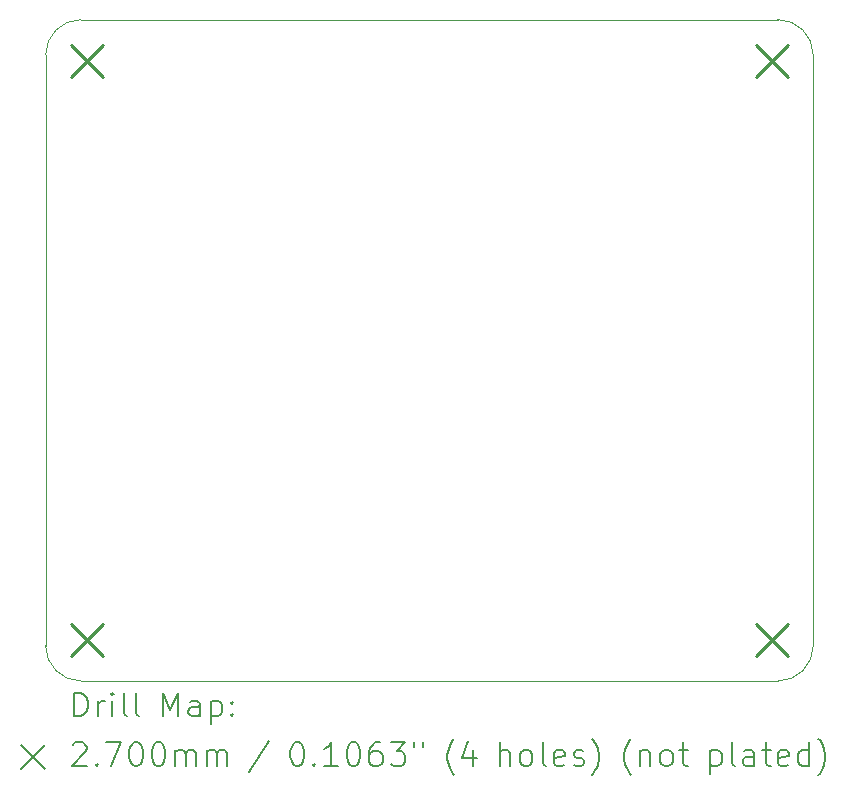
<source format=gbr>
%TF.GenerationSoftware,KiCad,Pcbnew,7.0.0-da2b9df05c~163~ubuntu22.04.1*%
%TF.CreationDate,2023-02-20T16:41:39+00:00*%
%TF.ProjectId,mt32pipico,6d743332-7069-4706-9963-6f2e6b696361,rev?*%
%TF.SameCoordinates,Original*%
%TF.FileFunction,Drillmap*%
%TF.FilePolarity,Positive*%
%FSLAX45Y45*%
G04 Gerber Fmt 4.5, Leading zero omitted, Abs format (unit mm)*
G04 Created by KiCad (PCBNEW 7.0.0-da2b9df05c~163~ubuntu22.04.1) date 2023-02-20 16:41:39*
%MOMM*%
%LPD*%
G01*
G04 APERTURE LIST*
%ADD10C,0.100000*%
%ADD11C,0.200000*%
%ADD12C,0.270000*%
G04 APERTURE END LIST*
D10*
X24978000Y-11108500D02*
X24978000Y-6108500D01*
X24678000Y-5808500D02*
X18778000Y-5808500D01*
X18478000Y-11108500D02*
G75*
G03*
X18778000Y-11408500I300000J0D01*
G01*
X18478000Y-9508500D02*
X18478000Y-11108500D01*
X24978000Y-6108500D02*
G75*
G03*
X24678000Y-5808500I-300000J0D01*
G01*
X24678000Y-11408500D02*
G75*
G03*
X24978000Y-11108500I0J300000D01*
G01*
X18478000Y-6108500D02*
X18478000Y-7708500D01*
X18778000Y-5808500D02*
G75*
G03*
X18478000Y-6108500I0J-300000D01*
G01*
X18478000Y-7708500D02*
X18478000Y-9508500D01*
X18778000Y-11408500D02*
X24678000Y-11408500D01*
D11*
D12*
X18693000Y-6023500D02*
X18963000Y-6293500D01*
X18963000Y-6023500D02*
X18693000Y-6293500D01*
X18693000Y-10923500D02*
X18963000Y-11193500D01*
X18963000Y-10923500D02*
X18693000Y-11193500D01*
X24493000Y-6023500D02*
X24763000Y-6293500D01*
X24763000Y-6023500D02*
X24493000Y-6293500D01*
X24493000Y-10923500D02*
X24763000Y-11193500D01*
X24763000Y-10923500D02*
X24493000Y-11193500D01*
D11*
X18720619Y-11706976D02*
X18720619Y-11506976D01*
X18720619Y-11506976D02*
X18768238Y-11506976D01*
X18768238Y-11506976D02*
X18796810Y-11516500D01*
X18796810Y-11516500D02*
X18815857Y-11535548D01*
X18815857Y-11535548D02*
X18825381Y-11554595D01*
X18825381Y-11554595D02*
X18834905Y-11592690D01*
X18834905Y-11592690D02*
X18834905Y-11621262D01*
X18834905Y-11621262D02*
X18825381Y-11659357D01*
X18825381Y-11659357D02*
X18815857Y-11678405D01*
X18815857Y-11678405D02*
X18796810Y-11697452D01*
X18796810Y-11697452D02*
X18768238Y-11706976D01*
X18768238Y-11706976D02*
X18720619Y-11706976D01*
X18920619Y-11706976D02*
X18920619Y-11573643D01*
X18920619Y-11611738D02*
X18930143Y-11592690D01*
X18930143Y-11592690D02*
X18939667Y-11583167D01*
X18939667Y-11583167D02*
X18958714Y-11573643D01*
X18958714Y-11573643D02*
X18977762Y-11573643D01*
X19044429Y-11706976D02*
X19044429Y-11573643D01*
X19044429Y-11506976D02*
X19034905Y-11516500D01*
X19034905Y-11516500D02*
X19044429Y-11526024D01*
X19044429Y-11526024D02*
X19053952Y-11516500D01*
X19053952Y-11516500D02*
X19044429Y-11506976D01*
X19044429Y-11506976D02*
X19044429Y-11526024D01*
X19168238Y-11706976D02*
X19149190Y-11697452D01*
X19149190Y-11697452D02*
X19139667Y-11678405D01*
X19139667Y-11678405D02*
X19139667Y-11506976D01*
X19273000Y-11706976D02*
X19253952Y-11697452D01*
X19253952Y-11697452D02*
X19244429Y-11678405D01*
X19244429Y-11678405D02*
X19244429Y-11506976D01*
X19469190Y-11706976D02*
X19469190Y-11506976D01*
X19469190Y-11506976D02*
X19535857Y-11649833D01*
X19535857Y-11649833D02*
X19602524Y-11506976D01*
X19602524Y-11506976D02*
X19602524Y-11706976D01*
X19783476Y-11706976D02*
X19783476Y-11602214D01*
X19783476Y-11602214D02*
X19773952Y-11583167D01*
X19773952Y-11583167D02*
X19754905Y-11573643D01*
X19754905Y-11573643D02*
X19716809Y-11573643D01*
X19716809Y-11573643D02*
X19697762Y-11583167D01*
X19783476Y-11697452D02*
X19764429Y-11706976D01*
X19764429Y-11706976D02*
X19716809Y-11706976D01*
X19716809Y-11706976D02*
X19697762Y-11697452D01*
X19697762Y-11697452D02*
X19688238Y-11678405D01*
X19688238Y-11678405D02*
X19688238Y-11659357D01*
X19688238Y-11659357D02*
X19697762Y-11640309D01*
X19697762Y-11640309D02*
X19716809Y-11630786D01*
X19716809Y-11630786D02*
X19764429Y-11630786D01*
X19764429Y-11630786D02*
X19783476Y-11621262D01*
X19878714Y-11573643D02*
X19878714Y-11773643D01*
X19878714Y-11583167D02*
X19897762Y-11573643D01*
X19897762Y-11573643D02*
X19935857Y-11573643D01*
X19935857Y-11573643D02*
X19954905Y-11583167D01*
X19954905Y-11583167D02*
X19964429Y-11592690D01*
X19964429Y-11592690D02*
X19973952Y-11611738D01*
X19973952Y-11611738D02*
X19973952Y-11668881D01*
X19973952Y-11668881D02*
X19964429Y-11687928D01*
X19964429Y-11687928D02*
X19954905Y-11697452D01*
X19954905Y-11697452D02*
X19935857Y-11706976D01*
X19935857Y-11706976D02*
X19897762Y-11706976D01*
X19897762Y-11706976D02*
X19878714Y-11697452D01*
X20059667Y-11687928D02*
X20069190Y-11697452D01*
X20069190Y-11697452D02*
X20059667Y-11706976D01*
X20059667Y-11706976D02*
X20050143Y-11697452D01*
X20050143Y-11697452D02*
X20059667Y-11687928D01*
X20059667Y-11687928D02*
X20059667Y-11706976D01*
X20059667Y-11583167D02*
X20069190Y-11592690D01*
X20069190Y-11592690D02*
X20059667Y-11602214D01*
X20059667Y-11602214D02*
X20050143Y-11592690D01*
X20050143Y-11592690D02*
X20059667Y-11583167D01*
X20059667Y-11583167D02*
X20059667Y-11602214D01*
X18273000Y-11953500D02*
X18473000Y-12153500D01*
X18473000Y-11953500D02*
X18273000Y-12153500D01*
X18711095Y-11946024D02*
X18720619Y-11936500D01*
X18720619Y-11936500D02*
X18739667Y-11926976D01*
X18739667Y-11926976D02*
X18787286Y-11926976D01*
X18787286Y-11926976D02*
X18806333Y-11936500D01*
X18806333Y-11936500D02*
X18815857Y-11946024D01*
X18815857Y-11946024D02*
X18825381Y-11965071D01*
X18825381Y-11965071D02*
X18825381Y-11984119D01*
X18825381Y-11984119D02*
X18815857Y-12012690D01*
X18815857Y-12012690D02*
X18701571Y-12126976D01*
X18701571Y-12126976D02*
X18825381Y-12126976D01*
X18911095Y-12107928D02*
X18920619Y-12117452D01*
X18920619Y-12117452D02*
X18911095Y-12126976D01*
X18911095Y-12126976D02*
X18901571Y-12117452D01*
X18901571Y-12117452D02*
X18911095Y-12107928D01*
X18911095Y-12107928D02*
X18911095Y-12126976D01*
X18987286Y-11926976D02*
X19120619Y-11926976D01*
X19120619Y-11926976D02*
X19034905Y-12126976D01*
X19234905Y-11926976D02*
X19253952Y-11926976D01*
X19253952Y-11926976D02*
X19273000Y-11936500D01*
X19273000Y-11936500D02*
X19282524Y-11946024D01*
X19282524Y-11946024D02*
X19292048Y-11965071D01*
X19292048Y-11965071D02*
X19301571Y-12003167D01*
X19301571Y-12003167D02*
X19301571Y-12050786D01*
X19301571Y-12050786D02*
X19292048Y-12088881D01*
X19292048Y-12088881D02*
X19282524Y-12107928D01*
X19282524Y-12107928D02*
X19273000Y-12117452D01*
X19273000Y-12117452D02*
X19253952Y-12126976D01*
X19253952Y-12126976D02*
X19234905Y-12126976D01*
X19234905Y-12126976D02*
X19215857Y-12117452D01*
X19215857Y-12117452D02*
X19206333Y-12107928D01*
X19206333Y-12107928D02*
X19196810Y-12088881D01*
X19196810Y-12088881D02*
X19187286Y-12050786D01*
X19187286Y-12050786D02*
X19187286Y-12003167D01*
X19187286Y-12003167D02*
X19196810Y-11965071D01*
X19196810Y-11965071D02*
X19206333Y-11946024D01*
X19206333Y-11946024D02*
X19215857Y-11936500D01*
X19215857Y-11936500D02*
X19234905Y-11926976D01*
X19425381Y-11926976D02*
X19444429Y-11926976D01*
X19444429Y-11926976D02*
X19463476Y-11936500D01*
X19463476Y-11936500D02*
X19473000Y-11946024D01*
X19473000Y-11946024D02*
X19482524Y-11965071D01*
X19482524Y-11965071D02*
X19492048Y-12003167D01*
X19492048Y-12003167D02*
X19492048Y-12050786D01*
X19492048Y-12050786D02*
X19482524Y-12088881D01*
X19482524Y-12088881D02*
X19473000Y-12107928D01*
X19473000Y-12107928D02*
X19463476Y-12117452D01*
X19463476Y-12117452D02*
X19444429Y-12126976D01*
X19444429Y-12126976D02*
X19425381Y-12126976D01*
X19425381Y-12126976D02*
X19406333Y-12117452D01*
X19406333Y-12117452D02*
X19396810Y-12107928D01*
X19396810Y-12107928D02*
X19387286Y-12088881D01*
X19387286Y-12088881D02*
X19377762Y-12050786D01*
X19377762Y-12050786D02*
X19377762Y-12003167D01*
X19377762Y-12003167D02*
X19387286Y-11965071D01*
X19387286Y-11965071D02*
X19396810Y-11946024D01*
X19396810Y-11946024D02*
X19406333Y-11936500D01*
X19406333Y-11936500D02*
X19425381Y-11926976D01*
X19577762Y-12126976D02*
X19577762Y-11993643D01*
X19577762Y-12012690D02*
X19587286Y-12003167D01*
X19587286Y-12003167D02*
X19606333Y-11993643D01*
X19606333Y-11993643D02*
X19634905Y-11993643D01*
X19634905Y-11993643D02*
X19653952Y-12003167D01*
X19653952Y-12003167D02*
X19663476Y-12022214D01*
X19663476Y-12022214D02*
X19663476Y-12126976D01*
X19663476Y-12022214D02*
X19673000Y-12003167D01*
X19673000Y-12003167D02*
X19692048Y-11993643D01*
X19692048Y-11993643D02*
X19720619Y-11993643D01*
X19720619Y-11993643D02*
X19739667Y-12003167D01*
X19739667Y-12003167D02*
X19749191Y-12022214D01*
X19749191Y-12022214D02*
X19749191Y-12126976D01*
X19844429Y-12126976D02*
X19844429Y-11993643D01*
X19844429Y-12012690D02*
X19853952Y-12003167D01*
X19853952Y-12003167D02*
X19873000Y-11993643D01*
X19873000Y-11993643D02*
X19901572Y-11993643D01*
X19901572Y-11993643D02*
X19920619Y-12003167D01*
X19920619Y-12003167D02*
X19930143Y-12022214D01*
X19930143Y-12022214D02*
X19930143Y-12126976D01*
X19930143Y-12022214D02*
X19939667Y-12003167D01*
X19939667Y-12003167D02*
X19958714Y-11993643D01*
X19958714Y-11993643D02*
X19987286Y-11993643D01*
X19987286Y-11993643D02*
X20006333Y-12003167D01*
X20006333Y-12003167D02*
X20015857Y-12022214D01*
X20015857Y-12022214D02*
X20015857Y-12126976D01*
X20373952Y-11917452D02*
X20202524Y-12174595D01*
X20598714Y-11926976D02*
X20617762Y-11926976D01*
X20617762Y-11926976D02*
X20636810Y-11936500D01*
X20636810Y-11936500D02*
X20646333Y-11946024D01*
X20646333Y-11946024D02*
X20655857Y-11965071D01*
X20655857Y-11965071D02*
X20665381Y-12003167D01*
X20665381Y-12003167D02*
X20665381Y-12050786D01*
X20665381Y-12050786D02*
X20655857Y-12088881D01*
X20655857Y-12088881D02*
X20646333Y-12107928D01*
X20646333Y-12107928D02*
X20636810Y-12117452D01*
X20636810Y-12117452D02*
X20617762Y-12126976D01*
X20617762Y-12126976D02*
X20598714Y-12126976D01*
X20598714Y-12126976D02*
X20579667Y-12117452D01*
X20579667Y-12117452D02*
X20570143Y-12107928D01*
X20570143Y-12107928D02*
X20560619Y-12088881D01*
X20560619Y-12088881D02*
X20551095Y-12050786D01*
X20551095Y-12050786D02*
X20551095Y-12003167D01*
X20551095Y-12003167D02*
X20560619Y-11965071D01*
X20560619Y-11965071D02*
X20570143Y-11946024D01*
X20570143Y-11946024D02*
X20579667Y-11936500D01*
X20579667Y-11936500D02*
X20598714Y-11926976D01*
X20751095Y-12107928D02*
X20760619Y-12117452D01*
X20760619Y-12117452D02*
X20751095Y-12126976D01*
X20751095Y-12126976D02*
X20741572Y-12117452D01*
X20741572Y-12117452D02*
X20751095Y-12107928D01*
X20751095Y-12107928D02*
X20751095Y-12126976D01*
X20951095Y-12126976D02*
X20836810Y-12126976D01*
X20893952Y-12126976D02*
X20893952Y-11926976D01*
X20893952Y-11926976D02*
X20874905Y-11955548D01*
X20874905Y-11955548D02*
X20855857Y-11974595D01*
X20855857Y-11974595D02*
X20836810Y-11984119D01*
X21074905Y-11926976D02*
X21093953Y-11926976D01*
X21093953Y-11926976D02*
X21113000Y-11936500D01*
X21113000Y-11936500D02*
X21122524Y-11946024D01*
X21122524Y-11946024D02*
X21132048Y-11965071D01*
X21132048Y-11965071D02*
X21141572Y-12003167D01*
X21141572Y-12003167D02*
X21141572Y-12050786D01*
X21141572Y-12050786D02*
X21132048Y-12088881D01*
X21132048Y-12088881D02*
X21122524Y-12107928D01*
X21122524Y-12107928D02*
X21113000Y-12117452D01*
X21113000Y-12117452D02*
X21093953Y-12126976D01*
X21093953Y-12126976D02*
X21074905Y-12126976D01*
X21074905Y-12126976D02*
X21055857Y-12117452D01*
X21055857Y-12117452D02*
X21046333Y-12107928D01*
X21046333Y-12107928D02*
X21036810Y-12088881D01*
X21036810Y-12088881D02*
X21027286Y-12050786D01*
X21027286Y-12050786D02*
X21027286Y-12003167D01*
X21027286Y-12003167D02*
X21036810Y-11965071D01*
X21036810Y-11965071D02*
X21046333Y-11946024D01*
X21046333Y-11946024D02*
X21055857Y-11936500D01*
X21055857Y-11936500D02*
X21074905Y-11926976D01*
X21313000Y-11926976D02*
X21274905Y-11926976D01*
X21274905Y-11926976D02*
X21255857Y-11936500D01*
X21255857Y-11936500D02*
X21246333Y-11946024D01*
X21246333Y-11946024D02*
X21227286Y-11974595D01*
X21227286Y-11974595D02*
X21217762Y-12012690D01*
X21217762Y-12012690D02*
X21217762Y-12088881D01*
X21217762Y-12088881D02*
X21227286Y-12107928D01*
X21227286Y-12107928D02*
X21236810Y-12117452D01*
X21236810Y-12117452D02*
X21255857Y-12126976D01*
X21255857Y-12126976D02*
X21293953Y-12126976D01*
X21293953Y-12126976D02*
X21313000Y-12117452D01*
X21313000Y-12117452D02*
X21322524Y-12107928D01*
X21322524Y-12107928D02*
X21332048Y-12088881D01*
X21332048Y-12088881D02*
X21332048Y-12041262D01*
X21332048Y-12041262D02*
X21322524Y-12022214D01*
X21322524Y-12022214D02*
X21313000Y-12012690D01*
X21313000Y-12012690D02*
X21293953Y-12003167D01*
X21293953Y-12003167D02*
X21255857Y-12003167D01*
X21255857Y-12003167D02*
X21236810Y-12012690D01*
X21236810Y-12012690D02*
X21227286Y-12022214D01*
X21227286Y-12022214D02*
X21217762Y-12041262D01*
X21398714Y-11926976D02*
X21522524Y-11926976D01*
X21522524Y-11926976D02*
X21455857Y-12003167D01*
X21455857Y-12003167D02*
X21484429Y-12003167D01*
X21484429Y-12003167D02*
X21503476Y-12012690D01*
X21503476Y-12012690D02*
X21513000Y-12022214D01*
X21513000Y-12022214D02*
X21522524Y-12041262D01*
X21522524Y-12041262D02*
X21522524Y-12088881D01*
X21522524Y-12088881D02*
X21513000Y-12107928D01*
X21513000Y-12107928D02*
X21503476Y-12117452D01*
X21503476Y-12117452D02*
X21484429Y-12126976D01*
X21484429Y-12126976D02*
X21427286Y-12126976D01*
X21427286Y-12126976D02*
X21408238Y-12117452D01*
X21408238Y-12117452D02*
X21398714Y-12107928D01*
X21598714Y-11926976D02*
X21598714Y-11965071D01*
X21674905Y-11926976D02*
X21674905Y-11965071D01*
X21937762Y-12203167D02*
X21928238Y-12193643D01*
X21928238Y-12193643D02*
X21909191Y-12165071D01*
X21909191Y-12165071D02*
X21899667Y-12146024D01*
X21899667Y-12146024D02*
X21890143Y-12117452D01*
X21890143Y-12117452D02*
X21880619Y-12069833D01*
X21880619Y-12069833D02*
X21880619Y-12031738D01*
X21880619Y-12031738D02*
X21890143Y-11984119D01*
X21890143Y-11984119D02*
X21899667Y-11955548D01*
X21899667Y-11955548D02*
X21909191Y-11936500D01*
X21909191Y-11936500D02*
X21928238Y-11907928D01*
X21928238Y-11907928D02*
X21937762Y-11898405D01*
X22099667Y-11993643D02*
X22099667Y-12126976D01*
X22052048Y-11917452D02*
X22004429Y-12060309D01*
X22004429Y-12060309D02*
X22128238Y-12060309D01*
X22324429Y-12126976D02*
X22324429Y-11926976D01*
X22410143Y-12126976D02*
X22410143Y-12022214D01*
X22410143Y-12022214D02*
X22400619Y-12003167D01*
X22400619Y-12003167D02*
X22381572Y-11993643D01*
X22381572Y-11993643D02*
X22353000Y-11993643D01*
X22353000Y-11993643D02*
X22333953Y-12003167D01*
X22333953Y-12003167D02*
X22324429Y-12012690D01*
X22533952Y-12126976D02*
X22514905Y-12117452D01*
X22514905Y-12117452D02*
X22505381Y-12107928D01*
X22505381Y-12107928D02*
X22495857Y-12088881D01*
X22495857Y-12088881D02*
X22495857Y-12031738D01*
X22495857Y-12031738D02*
X22505381Y-12012690D01*
X22505381Y-12012690D02*
X22514905Y-12003167D01*
X22514905Y-12003167D02*
X22533952Y-11993643D01*
X22533952Y-11993643D02*
X22562524Y-11993643D01*
X22562524Y-11993643D02*
X22581572Y-12003167D01*
X22581572Y-12003167D02*
X22591095Y-12012690D01*
X22591095Y-12012690D02*
X22600619Y-12031738D01*
X22600619Y-12031738D02*
X22600619Y-12088881D01*
X22600619Y-12088881D02*
X22591095Y-12107928D01*
X22591095Y-12107928D02*
X22581572Y-12117452D01*
X22581572Y-12117452D02*
X22562524Y-12126976D01*
X22562524Y-12126976D02*
X22533952Y-12126976D01*
X22714905Y-12126976D02*
X22695857Y-12117452D01*
X22695857Y-12117452D02*
X22686333Y-12098405D01*
X22686333Y-12098405D02*
X22686333Y-11926976D01*
X22867286Y-12117452D02*
X22848238Y-12126976D01*
X22848238Y-12126976D02*
X22810143Y-12126976D01*
X22810143Y-12126976D02*
X22791095Y-12117452D01*
X22791095Y-12117452D02*
X22781572Y-12098405D01*
X22781572Y-12098405D02*
X22781572Y-12022214D01*
X22781572Y-12022214D02*
X22791095Y-12003167D01*
X22791095Y-12003167D02*
X22810143Y-11993643D01*
X22810143Y-11993643D02*
X22848238Y-11993643D01*
X22848238Y-11993643D02*
X22867286Y-12003167D01*
X22867286Y-12003167D02*
X22876810Y-12022214D01*
X22876810Y-12022214D02*
X22876810Y-12041262D01*
X22876810Y-12041262D02*
X22781572Y-12060309D01*
X22953000Y-12117452D02*
X22972048Y-12126976D01*
X22972048Y-12126976D02*
X23010143Y-12126976D01*
X23010143Y-12126976D02*
X23029191Y-12117452D01*
X23029191Y-12117452D02*
X23038714Y-12098405D01*
X23038714Y-12098405D02*
X23038714Y-12088881D01*
X23038714Y-12088881D02*
X23029191Y-12069833D01*
X23029191Y-12069833D02*
X23010143Y-12060309D01*
X23010143Y-12060309D02*
X22981572Y-12060309D01*
X22981572Y-12060309D02*
X22962524Y-12050786D01*
X22962524Y-12050786D02*
X22953000Y-12031738D01*
X22953000Y-12031738D02*
X22953000Y-12022214D01*
X22953000Y-12022214D02*
X22962524Y-12003167D01*
X22962524Y-12003167D02*
X22981572Y-11993643D01*
X22981572Y-11993643D02*
X23010143Y-11993643D01*
X23010143Y-11993643D02*
X23029191Y-12003167D01*
X23105381Y-12203167D02*
X23114905Y-12193643D01*
X23114905Y-12193643D02*
X23133953Y-12165071D01*
X23133953Y-12165071D02*
X23143476Y-12146024D01*
X23143476Y-12146024D02*
X23153000Y-12117452D01*
X23153000Y-12117452D02*
X23162524Y-12069833D01*
X23162524Y-12069833D02*
X23162524Y-12031738D01*
X23162524Y-12031738D02*
X23153000Y-11984119D01*
X23153000Y-11984119D02*
X23143476Y-11955548D01*
X23143476Y-11955548D02*
X23133953Y-11936500D01*
X23133953Y-11936500D02*
X23114905Y-11907928D01*
X23114905Y-11907928D02*
X23105381Y-11898405D01*
X23434905Y-12203167D02*
X23425381Y-12193643D01*
X23425381Y-12193643D02*
X23406333Y-12165071D01*
X23406333Y-12165071D02*
X23396810Y-12146024D01*
X23396810Y-12146024D02*
X23387286Y-12117452D01*
X23387286Y-12117452D02*
X23377762Y-12069833D01*
X23377762Y-12069833D02*
X23377762Y-12031738D01*
X23377762Y-12031738D02*
X23387286Y-11984119D01*
X23387286Y-11984119D02*
X23396810Y-11955548D01*
X23396810Y-11955548D02*
X23406333Y-11936500D01*
X23406333Y-11936500D02*
X23425381Y-11907928D01*
X23425381Y-11907928D02*
X23434905Y-11898405D01*
X23511095Y-11993643D02*
X23511095Y-12126976D01*
X23511095Y-12012690D02*
X23520619Y-12003167D01*
X23520619Y-12003167D02*
X23539667Y-11993643D01*
X23539667Y-11993643D02*
X23568238Y-11993643D01*
X23568238Y-11993643D02*
X23587286Y-12003167D01*
X23587286Y-12003167D02*
X23596810Y-12022214D01*
X23596810Y-12022214D02*
X23596810Y-12126976D01*
X23720619Y-12126976D02*
X23701572Y-12117452D01*
X23701572Y-12117452D02*
X23692048Y-12107928D01*
X23692048Y-12107928D02*
X23682524Y-12088881D01*
X23682524Y-12088881D02*
X23682524Y-12031738D01*
X23682524Y-12031738D02*
X23692048Y-12012690D01*
X23692048Y-12012690D02*
X23701572Y-12003167D01*
X23701572Y-12003167D02*
X23720619Y-11993643D01*
X23720619Y-11993643D02*
X23749191Y-11993643D01*
X23749191Y-11993643D02*
X23768238Y-12003167D01*
X23768238Y-12003167D02*
X23777762Y-12012690D01*
X23777762Y-12012690D02*
X23787286Y-12031738D01*
X23787286Y-12031738D02*
X23787286Y-12088881D01*
X23787286Y-12088881D02*
X23777762Y-12107928D01*
X23777762Y-12107928D02*
X23768238Y-12117452D01*
X23768238Y-12117452D02*
X23749191Y-12126976D01*
X23749191Y-12126976D02*
X23720619Y-12126976D01*
X23844429Y-11993643D02*
X23920619Y-11993643D01*
X23873000Y-11926976D02*
X23873000Y-12098405D01*
X23873000Y-12098405D02*
X23882524Y-12117452D01*
X23882524Y-12117452D02*
X23901572Y-12126976D01*
X23901572Y-12126976D02*
X23920619Y-12126976D01*
X24107286Y-11993643D02*
X24107286Y-12193643D01*
X24107286Y-12003167D02*
X24126333Y-11993643D01*
X24126333Y-11993643D02*
X24164429Y-11993643D01*
X24164429Y-11993643D02*
X24183476Y-12003167D01*
X24183476Y-12003167D02*
X24193000Y-12012690D01*
X24193000Y-12012690D02*
X24202524Y-12031738D01*
X24202524Y-12031738D02*
X24202524Y-12088881D01*
X24202524Y-12088881D02*
X24193000Y-12107928D01*
X24193000Y-12107928D02*
X24183476Y-12117452D01*
X24183476Y-12117452D02*
X24164429Y-12126976D01*
X24164429Y-12126976D02*
X24126333Y-12126976D01*
X24126333Y-12126976D02*
X24107286Y-12117452D01*
X24316810Y-12126976D02*
X24297762Y-12117452D01*
X24297762Y-12117452D02*
X24288238Y-12098405D01*
X24288238Y-12098405D02*
X24288238Y-11926976D01*
X24478714Y-12126976D02*
X24478714Y-12022214D01*
X24478714Y-12022214D02*
X24469191Y-12003167D01*
X24469191Y-12003167D02*
X24450143Y-11993643D01*
X24450143Y-11993643D02*
X24412048Y-11993643D01*
X24412048Y-11993643D02*
X24393000Y-12003167D01*
X24478714Y-12117452D02*
X24459667Y-12126976D01*
X24459667Y-12126976D02*
X24412048Y-12126976D01*
X24412048Y-12126976D02*
X24393000Y-12117452D01*
X24393000Y-12117452D02*
X24383476Y-12098405D01*
X24383476Y-12098405D02*
X24383476Y-12079357D01*
X24383476Y-12079357D02*
X24393000Y-12060309D01*
X24393000Y-12060309D02*
X24412048Y-12050786D01*
X24412048Y-12050786D02*
X24459667Y-12050786D01*
X24459667Y-12050786D02*
X24478714Y-12041262D01*
X24545381Y-11993643D02*
X24621572Y-11993643D01*
X24573953Y-11926976D02*
X24573953Y-12098405D01*
X24573953Y-12098405D02*
X24583476Y-12117452D01*
X24583476Y-12117452D02*
X24602524Y-12126976D01*
X24602524Y-12126976D02*
X24621572Y-12126976D01*
X24764429Y-12117452D02*
X24745381Y-12126976D01*
X24745381Y-12126976D02*
X24707286Y-12126976D01*
X24707286Y-12126976D02*
X24688238Y-12117452D01*
X24688238Y-12117452D02*
X24678714Y-12098405D01*
X24678714Y-12098405D02*
X24678714Y-12022214D01*
X24678714Y-12022214D02*
X24688238Y-12003167D01*
X24688238Y-12003167D02*
X24707286Y-11993643D01*
X24707286Y-11993643D02*
X24745381Y-11993643D01*
X24745381Y-11993643D02*
X24764429Y-12003167D01*
X24764429Y-12003167D02*
X24773953Y-12022214D01*
X24773953Y-12022214D02*
X24773953Y-12041262D01*
X24773953Y-12041262D02*
X24678714Y-12060309D01*
X24945381Y-12126976D02*
X24945381Y-11926976D01*
X24945381Y-12117452D02*
X24926334Y-12126976D01*
X24926334Y-12126976D02*
X24888238Y-12126976D01*
X24888238Y-12126976D02*
X24869191Y-12117452D01*
X24869191Y-12117452D02*
X24859667Y-12107928D01*
X24859667Y-12107928D02*
X24850143Y-12088881D01*
X24850143Y-12088881D02*
X24850143Y-12031738D01*
X24850143Y-12031738D02*
X24859667Y-12012690D01*
X24859667Y-12012690D02*
X24869191Y-12003167D01*
X24869191Y-12003167D02*
X24888238Y-11993643D01*
X24888238Y-11993643D02*
X24926334Y-11993643D01*
X24926334Y-11993643D02*
X24945381Y-12003167D01*
X25021572Y-12203167D02*
X25031095Y-12193643D01*
X25031095Y-12193643D02*
X25050143Y-12165071D01*
X25050143Y-12165071D02*
X25059667Y-12146024D01*
X25059667Y-12146024D02*
X25069191Y-12117452D01*
X25069191Y-12117452D02*
X25078714Y-12069833D01*
X25078714Y-12069833D02*
X25078714Y-12031738D01*
X25078714Y-12031738D02*
X25069191Y-11984119D01*
X25069191Y-11984119D02*
X25059667Y-11955548D01*
X25059667Y-11955548D02*
X25050143Y-11936500D01*
X25050143Y-11936500D02*
X25031095Y-11907928D01*
X25031095Y-11907928D02*
X25021572Y-11898405D01*
M02*

</source>
